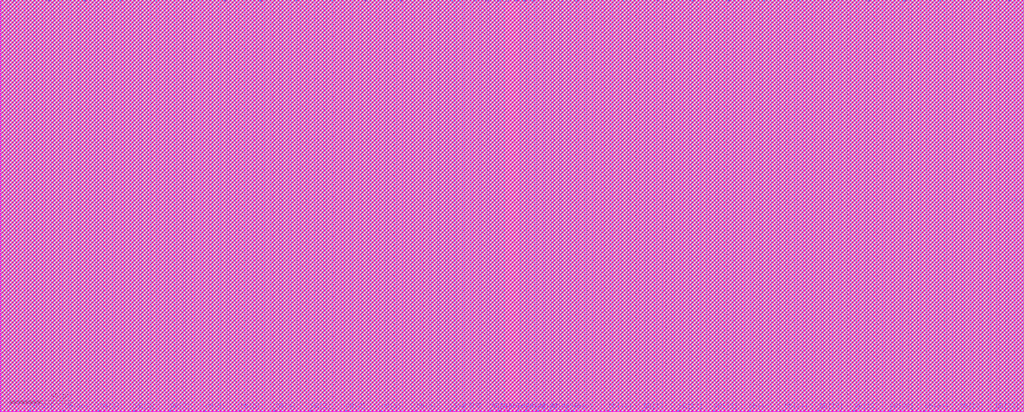
<source format=lef>
#     Copyright (c) 2022 SMIC                                                       
#     Filename:      RAM512.lef                                                   
#     IP code:       S018RF2P                                                         
#     Version:       0.2.b                                                        
#     CreateDate:    Mon Oct 31 21:43:20 CST 2022                                                     
                    
#    LEF for 2-PORT Register File                                                               
#    SMIC 0.18um G Logic Process                                                       
#    Configuration: -instname RAM512 -rows 128 -bits 24 -mux 4  



# DISCLAIMER                                                                           #
#                                                                                      #  
#   SMIC hereby provides the quality information to you but makes no claims,           #
# promises or guarantees about the accuracy, completeness, or adequacy of the          #
# information herein. The information contained herein is provided on an "AS IS"       #
# basis without any warranty, and SMIC assumes no obligation to provide support        #
# of any kind or otherwise maintain the information.                                   #  
#   SMIC disclaims any representation that the information does not infringe any       #
# intellectual property rights or proprietary rights of any third parties. SMIC        #
# makes no other warranty, whether express, implied or statutory as to any             #
# matter whatsoever, including but not limited to the accuracy or sufficiency of       #
# any information or the merchantability and fitness for a particular purpose.         #
# Neither SMIC nor any of its representatives shall be liable for any cause of         #
# action incurred to connect to this service.                                          #  
#                                                                                      #
# STATEMENT OF USE AND CONFIDENTIALITY                                                 #  
#                                                                                      #  
#   The following/attached material contains confidential and proprietary              #  
# information of SMIC. This material is based upon information which SMIC              #  
# considers reliable, but SMIC neither represents nor warrants that such               #
# information is accurate or complete, and it must not be relied upon as such.         #
# This information was prepared for informational purposes and is for the use          #
# by SMIC's customer only. SMIC reserves the right to make changes in the              #  
# information at any time without notice.                                              #  
#   No part of this information may be reproduced, transmitted, transcribed,           #  
# stored in a retrieval system, or translated into any human or computer               # 
# language, in any form or by any means, electronic, mechanical, magnetic,             #  
# optical, chemical, manual, or otherwise, without the prior written consent of        #
# SMIC. Any unauthorized use or disclosure of this material is strictly                #  
# prohibited and may be unlawful. By accepting this material, the receiving            #  
# party shall be deemed to have acknowledged, accepted, and agreed to be bound         #
# by the foregoing limitations and restrictions. Thank you.                            #  
#                                                                                      #  


MACRO RAM512
CLASS BLOCK ;
ORIGIN 0 0 ;
SIZE 676.66 BY 272.265 ;
SYMMETRY X Y R90 ;

PIN QA[11]
DIRECTION OUTPUT ;
USE SIGNAL ;
PORT
LAYER METAL1 ;
RECT 8.905 271.625 9.975 272.265 ;
LAYER METAL2 ;
RECT 8.905 271.625 9.975 272.265 ;
LAYER METAL3 ;
RECT 8.905 271.625 9.975 272.265 ;
END
ANTENNAGATEAREA 0.079 ;
ANTENNADIFFAREA 0.3738 ;
END QA[11]

PIN DB[11]
DIRECTION INPUT ;
USE SIGNAL ;
PORT
LAYER METAL1 ;
RECT 18.725 0.0 19.795 0.64 ;
LAYER METAL2 ;
RECT 18.725 0.0 19.795 0.64 ;
LAYER METAL3 ;
RECT 18.725 0.0 19.795 0.64 ;
END
ANTENNAGATEAREA 0.079 ;
ANTENNADIFFAREA 0.3738 ;
END DB[11]

PIN QA[10]
DIRECTION OUTPUT ;
USE SIGNAL ;
PORT
LAYER METAL1 ;
RECT 32.145 271.625 33.215 272.265 ;
LAYER METAL2 ;
RECT 32.145 271.625 33.215 272.265 ;
LAYER METAL3 ;
RECT 32.145 271.625 33.215 272.265 ;
END
ANTENNAGATEAREA 0.079 ;
ANTENNADIFFAREA 0.3738 ;
END QA[10]

PIN DB[10]
DIRECTION INPUT ;
USE SIGNAL ;
PORT
LAYER METAL1 ;
RECT 41.965 0.0 43.035 0.64 ;
LAYER METAL2 ;
RECT 41.965 0.0 43.035 0.64 ;
LAYER METAL3 ;
RECT 41.965 0.0 43.035 0.64 ;
END
ANTENNAGATEAREA 0.079 ;
ANTENNADIFFAREA 0.3738 ;
END DB[10]

PIN QA[9]
DIRECTION OUTPUT ;
USE SIGNAL ;
PORT
LAYER METAL1 ;
RECT 55.385 271.625 56.455 272.265 ;
LAYER METAL2 ;
RECT 55.385 271.625 56.455 272.265 ;
LAYER METAL3 ;
RECT 55.385 271.625 56.455 272.265 ;
END
ANTENNAGATEAREA 0.079 ;
ANTENNADIFFAREA 0.3738 ;
END QA[9]

PIN DB[9]
DIRECTION INPUT ;
USE SIGNAL ;
PORT
LAYER METAL1 ;
RECT 65.205 0.0 66.275 0.64 ;
LAYER METAL2 ;
RECT 65.205 0.0 66.275 0.64 ;
LAYER METAL3 ;
RECT 65.205 0.0 66.275 0.64 ;
END
ANTENNAGATEAREA 0.079 ;
ANTENNADIFFAREA 0.3738 ;
END DB[9]

PIN QA[8]
DIRECTION OUTPUT ;
USE SIGNAL ;
PORT
LAYER METAL1 ;
RECT 78.625 271.625 79.695 272.265 ;
LAYER METAL2 ;
RECT 78.625 271.625 79.695 272.265 ;
LAYER METAL3 ;
RECT 78.625 271.625 79.695 272.265 ;
END
ANTENNAGATEAREA 0.079 ;
ANTENNADIFFAREA 0.3738 ;
END QA[8]

PIN DB[8]
DIRECTION INPUT ;
USE SIGNAL ;
PORT
LAYER METAL1 ;
RECT 88.445 0.0 89.515 0.64 ;
LAYER METAL2 ;
RECT 88.445 0.0 89.515 0.64 ;
LAYER METAL3 ;
RECT 88.445 0.0 89.515 0.64 ;
END
ANTENNAGATEAREA 0.079 ;
ANTENNADIFFAREA 0.3738 ;
END DB[8]

PIN QA[7]
DIRECTION OUTPUT ;
USE SIGNAL ;
PORT
LAYER METAL1 ;
RECT 101.865 271.625 102.935 272.265 ;
LAYER METAL2 ;
RECT 101.865 271.625 102.935 272.265 ;
LAYER METAL3 ;
RECT 101.865 271.625 102.935 272.265 ;
END
ANTENNAGATEAREA 0.079 ;
ANTENNADIFFAREA 0.3738 ;
END QA[7]

PIN DB[7]
DIRECTION INPUT ;
USE SIGNAL ;
PORT
LAYER METAL1 ;
RECT 111.685 0.0 112.755 0.64 ;
LAYER METAL2 ;
RECT 111.685 0.0 112.755 0.64 ;
LAYER METAL3 ;
RECT 111.685 0.0 112.755 0.64 ;
END
ANTENNAGATEAREA 0.079 ;
ANTENNADIFFAREA 0.3738 ;
END DB[7]

PIN QA[6]
DIRECTION OUTPUT ;
USE SIGNAL ;
PORT
LAYER METAL1 ;
RECT 125.105 271.625 126.175 272.265 ;
LAYER METAL2 ;
RECT 125.105 271.625 126.175 272.265 ;
LAYER METAL3 ;
RECT 125.105 271.625 126.175 272.265 ;
END
ANTENNAGATEAREA 0.079 ;
ANTENNADIFFAREA 0.3738 ;
END QA[6]

PIN DB[6]
DIRECTION INPUT ;
USE SIGNAL ;
PORT
LAYER METAL1 ;
RECT 134.925 0.0 135.995 0.64 ;
LAYER METAL2 ;
RECT 134.925 0.0 135.995 0.64 ;
LAYER METAL3 ;
RECT 134.925 0.0 135.995 0.64 ;
END
ANTENNAGATEAREA 0.079 ;
ANTENNADIFFAREA 0.3738 ;
END DB[6]

PIN QA[5]
DIRECTION OUTPUT ;
USE SIGNAL ;
PORT
LAYER METAL1 ;
RECT 148.345 271.625 149.415 272.265 ;
LAYER METAL2 ;
RECT 148.345 271.625 149.415 272.265 ;
LAYER METAL3 ;
RECT 148.345 271.625 149.415 272.265 ;
END
ANTENNAGATEAREA 0.079 ;
ANTENNADIFFAREA 0.3738 ;
END QA[5]

PIN DB[5]
DIRECTION INPUT ;
USE SIGNAL ;
PORT
LAYER METAL1 ;
RECT 158.165 0.0 159.235 0.64 ;
LAYER METAL2 ;
RECT 158.165 0.0 159.235 0.64 ;
LAYER METAL3 ;
RECT 158.165 0.0 159.235 0.64 ;
END
ANTENNAGATEAREA 0.079 ;
ANTENNADIFFAREA 0.3738 ;
END DB[5]

PIN QA[4]
DIRECTION OUTPUT ;
USE SIGNAL ;
PORT
LAYER METAL1 ;
RECT 171.585 271.625 172.655 272.265 ;
LAYER METAL2 ;
RECT 171.585 271.625 172.655 272.265 ;
LAYER METAL3 ;
RECT 171.585 271.625 172.655 272.265 ;
END
ANTENNAGATEAREA 0.079 ;
ANTENNADIFFAREA 0.3738 ;
END QA[4]

PIN DB[4]
DIRECTION INPUT ;
USE SIGNAL ;
PORT
LAYER METAL1 ;
RECT 181.405 0.0 182.475 0.64 ;
LAYER METAL2 ;
RECT 181.405 0.0 182.475 0.64 ;
LAYER METAL3 ;
RECT 181.405 0.0 182.475 0.64 ;
END
ANTENNAGATEAREA 0.079 ;
ANTENNADIFFAREA 0.3738 ;
END DB[4]

PIN QA[3]
DIRECTION OUTPUT ;
USE SIGNAL ;
PORT
LAYER METAL1 ;
RECT 194.825 271.625 195.895 272.265 ;
LAYER METAL2 ;
RECT 194.825 271.625 195.895 272.265 ;
LAYER METAL3 ;
RECT 194.825 271.625 195.895 272.265 ;
END
ANTENNAGATEAREA 0.079 ;
ANTENNADIFFAREA 0.3738 ;
END QA[3]

PIN DB[3]
DIRECTION INPUT ;
USE SIGNAL ;
PORT
LAYER METAL1 ;
RECT 204.645 0.0 205.715 0.64 ;
LAYER METAL2 ;
RECT 204.645 0.0 205.715 0.64 ;
LAYER METAL3 ;
RECT 204.645 0.0 205.715 0.64 ;
END
ANTENNAGATEAREA 0.079 ;
ANTENNADIFFAREA 0.3738 ;
END DB[3]

PIN QA[2]
DIRECTION OUTPUT ;
USE SIGNAL ;
PORT
LAYER METAL1 ;
RECT 218.065 271.625 219.135 272.265 ;
LAYER METAL2 ;
RECT 218.065 271.625 219.135 272.265 ;
LAYER METAL3 ;
RECT 218.065 271.625 219.135 272.265 ;
END
ANTENNAGATEAREA 0.079 ;
ANTENNADIFFAREA 0.3738 ;
END QA[2]

PIN DB[2]
DIRECTION INPUT ;
USE SIGNAL ;
PORT
LAYER METAL1 ;
RECT 227.885 0.0 228.955 0.64 ;
LAYER METAL2 ;
RECT 227.885 0.0 228.955 0.64 ;
LAYER METAL3 ;
RECT 227.885 0.0 228.955 0.64 ;
END
ANTENNAGATEAREA 0.079 ;
ANTENNADIFFAREA 0.3738 ;
END DB[2]

PIN QA[1]
DIRECTION OUTPUT ;
USE SIGNAL ;
PORT
LAYER METAL1 ;
RECT 241.305 271.625 242.375 272.265 ;
LAYER METAL2 ;
RECT 241.305 271.625 242.375 272.265 ;
LAYER METAL3 ;
RECT 241.305 271.625 242.375 272.265 ;
END
ANTENNAGATEAREA 0.079 ;
ANTENNADIFFAREA 0.3738 ;
END QA[1]

PIN DB[1]
DIRECTION INPUT ;
USE SIGNAL ;
PORT
LAYER METAL1 ;
RECT 251.125 0.0 252.195 0.64 ;
LAYER METAL2 ;
RECT 251.125 0.0 252.195 0.64 ;
LAYER METAL3 ;
RECT 251.125 0.0 252.195 0.64 ;
END
ANTENNAGATEAREA 0.079 ;
ANTENNADIFFAREA 0.3738 ;
END DB[1]

PIN QA[0]
DIRECTION OUTPUT ;
USE SIGNAL ;
PORT
LAYER METAL1 ;
RECT 264.545 271.625 265.615 272.265 ;
LAYER METAL2 ;
RECT 264.545 271.625 265.615 272.265 ;
LAYER METAL3 ;
RECT 264.545 271.625 265.615 272.265 ;
END
ANTENNAGATEAREA 0.079 ;
ANTENNADIFFAREA 0.3738 ;
END QA[0]

PIN DB[0]
DIRECTION INPUT ;
USE SIGNAL ;
PORT
LAYER METAL1 ;
RECT 274.365 0.0 275.435 0.64 ;
LAYER METAL2 ;
RECT 274.365 0.0 275.435 0.64 ;
LAYER METAL3 ;
RECT 274.365 0.0 275.435 0.64 ;
END
ANTENNAGATEAREA 0.079 ;
ANTENNADIFFAREA 0.3738 ;
END DB[0]

PIN CLKB
DIRECTION INPUT ;
USE CLOCK ;
PORT
LAYER METAL1 ;
RECT 297.105 0.0 297.605 1.07 ;
LAYER METAL2 ;
RECT 297.105 0.0 297.605 1.07 ;
LAYER METAL3 ;
RECT 297.105 0.0 297.605 1.07 ;
END
ANTENNAGATEAREA 0.079 ;
ANTENNADIFFAREA 0.3738 ;
END CLKB

PIN AA[0]
DIRECTION INPUT ;
USE SIGNAL ;
PORT
LAYER METAL1 ;
RECT 297.655 271.625 298.905 272.265 ;
LAYER METAL2 ;
RECT 297.655 271.625 298.905 272.265 ;
LAYER METAL3 ;
RECT 297.655 271.625 298.905 272.265 ;
END
ANTENNAGATEAREA 0.079 ;
ANTENNADIFFAREA 0.3738 ;
END AA[0]

PIN AA[1]
DIRECTION INPUT ;
USE SIGNAL ;
PORT
LAYER METAL1 ;
RECT 302.505 271.625 303.755 272.265 ;
LAYER METAL2 ;
RECT 302.505 271.625 303.755 272.265 ;
LAYER METAL3 ;
RECT 302.505 271.625 303.755 272.265 ;
END
ANTENNAGATEAREA 0.079 ;
ANTENNADIFFAREA 0.3738 ;
END AA[1]

PIN CENB
DIRECTION INPUT ;
USE SIGNAL ;
PORT
LAYER METAL1 ;
RECT 306.72 0.0 307.22 1.07 ;
LAYER METAL2 ;
RECT 306.72 0.0 307.22 1.07 ;
LAYER METAL3 ;
RECT 306.72 0.0 307.22 1.07 ;
END
ANTENNAGATEAREA 0.079 ;
ANTENNADIFFAREA 0.3738 ;
END CENB

PIN AA[4]
DIRECTION INPUT ;
USE SIGNAL ;
PORT
LAYER METAL1 ;
RECT 312.875 271.625 314.525 272.265 ;
LAYER METAL2 ;
RECT 312.875 271.625 314.125 272.265 ;
LAYER METAL3 ;
RECT 312.875 271.625 314.125 272.265 ;
END
ANTENNAGATEAREA 0.079 ;
ANTENNADIFFAREA 0.3738 ;
END AA[4]

PIN AA[3]
DIRECTION INPUT ;
USE SIGNAL ;
PORT
LAYER METAL1 ;
RECT 320.815 271.625 322.465 272.265 ;
LAYER METAL2 ;
RECT 320.815 271.625 322.065 272.265 ;
LAYER METAL3 ;
RECT 320.815 271.625 322.065 272.265 ;
END
ANTENNAGATEAREA 0.079 ;
ANTENNADIFFAREA 0.3738 ;
END AA[3]

PIN AB[8]
DIRECTION INPUT ;
USE SIGNAL ;
PORT
LAYER METAL1 ;
RECT 323.45 0.0 325.015 0.64 ;
LAYER METAL2 ;
RECT 323.765 0.0 325.015 0.64 ;
LAYER METAL3 ;
RECT 323.765 0.0 325.015 0.64 ;
END
ANTENNAGATEAREA 0.079 ;
ANTENNADIFFAREA 0.3738 ;
END AB[8]

PIN AA[2]
DIRECTION INPUT ;
USE SIGNAL ;
PORT
LAYER METAL1 ;
RECT 328.755 271.625 330.405 272.265 ;
LAYER METAL2 ;
RECT 328.755 271.625 330.005 272.265 ;
LAYER METAL3 ;
RECT 328.755 271.625 330.005 272.265 ;
END
ANTENNAGATEAREA 0.079 ;
ANTENNADIFFAREA 0.3738 ;
END AA[2]

PIN AB[7]
DIRECTION INPUT ;
USE SIGNAL ;
PORT
LAYER METAL1 ;
RECT 329.21 0.0 330.775 0.64 ;
LAYER METAL2 ;
RECT 329.525 0.0 330.775 0.64 ;
LAYER METAL3 ;
RECT 329.525 0.0 330.775 0.64 ;
END
ANTENNAGATEAREA 0.079 ;
ANTENNADIFFAREA 0.3738 ;
END AB[7]

PIN AA[5]
DIRECTION INPUT ;
USE SIGNAL ;
PORT
LAYER METAL1 ;
RECT 334.365 271.625 335.93 272.265 ;
LAYER METAL2 ;
RECT 334.365 271.625 335.615 272.265 ;
LAYER METAL3 ;
RECT 334.365 271.625 335.615 272.265 ;
END
ANTENNAGATEAREA 0.079 ;
ANTENNADIFFAREA 0.3738 ;
END AA[5]

PIN AB[6]
DIRECTION INPUT ;
USE SIGNAL ;
PORT
LAYER METAL1 ;
RECT 334.97 0.0 336.535 0.64 ;
LAYER METAL2 ;
RECT 335.285 0.0 336.535 0.64 ;
LAYER METAL3 ;
RECT 335.285 0.0 336.535 0.64 ;
END
ANTENNAGATEAREA 0.079 ;
ANTENNADIFFAREA 0.3738 ;
END AB[6]

PIN AA[6]
DIRECTION INPUT ;
USE SIGNAL ;
PORT
LAYER METAL1 ;
RECT 340.125 271.625 341.69 272.265 ;
LAYER METAL2 ;
RECT 340.125 271.625 341.375 272.265 ;
LAYER METAL3 ;
RECT 340.125 271.625 341.375 272.265 ;
END
ANTENNAGATEAREA 0.079 ;
ANTENNADIFFAREA 0.3738 ;
END AA[6]

PIN AB[5]
DIRECTION INPUT ;
USE SIGNAL ;
PORT
LAYER METAL1 ;
RECT 340.73 0.0 342.295 0.64 ;
LAYER METAL2 ;
RECT 341.045 0.0 342.295 0.64 ;
LAYER METAL3 ;
RECT 341.045 0.0 342.295 0.64 ;
END
ANTENNAGATEAREA 0.079 ;
ANTENNADIFFAREA 0.3738 ;
END AB[5]

PIN AA[7]
DIRECTION INPUT ;
USE SIGNAL ;
PORT
LAYER METAL1 ;
RECT 345.885 271.625 347.45 272.265 ;
LAYER METAL2 ;
RECT 345.885 271.625 347.135 272.265 ;
LAYER METAL3 ;
RECT 345.885 271.625 347.135 272.265 ;
END
ANTENNAGATEAREA 0.079 ;
ANTENNADIFFAREA 0.3738 ;
END AA[7]

PIN AB[2]
DIRECTION INPUT ;
USE SIGNAL ;
PORT
LAYER METAL1 ;
RECT 346.255 0.0 347.905 0.64 ;
LAYER METAL2 ;
RECT 346.655 0.0 347.905 0.64 ;
LAYER METAL3 ;
RECT 346.655 0.0 347.905 0.64 ;
END
ANTENNAGATEAREA 0.079 ;
ANTENNADIFFAREA 0.3738 ;
END AB[2]

PIN AA[8]
DIRECTION INPUT ;
USE SIGNAL ;
PORT
LAYER METAL1 ;
RECT 351.645 271.625 353.21 272.265 ;
LAYER METAL2 ;
RECT 351.645 271.625 352.895 272.265 ;
LAYER METAL3 ;
RECT 351.645 271.625 352.895 272.265 ;
END
ANTENNAGATEAREA 0.079 ;
ANTENNADIFFAREA 0.3738 ;
END AA[8]

PIN AB[3]
DIRECTION INPUT ;
USE SIGNAL ;
PORT
LAYER METAL1 ;
RECT 354.195 0.0 355.845 0.64 ;
LAYER METAL2 ;
RECT 354.595 0.0 355.845 0.64 ;
LAYER METAL3 ;
RECT 354.595 0.0 355.845 0.64 ;
END
ANTENNAGATEAREA 0.079 ;
ANTENNADIFFAREA 0.3738 ;
END AB[3]

PIN AB[4]
DIRECTION INPUT ;
USE SIGNAL ;
PORT
LAYER METAL1 ;
RECT 362.135 0.0 363.785 0.64 ;
LAYER METAL2 ;
RECT 362.535 0.0 363.785 0.64 ;
LAYER METAL3 ;
RECT 362.535 0.0 363.785 0.64 ;
END
ANTENNAGATEAREA 0.079 ;
ANTENNADIFFAREA 0.3738 ;
END AB[4]

PIN CENA
DIRECTION INPUT ;
USE SIGNAL ;
PORT
LAYER METAL1 ;
RECT 371.285 271.195 371.785 272.265 ;
LAYER METAL2 ;
RECT 371.285 271.195 371.785 272.265 ;
LAYER METAL3 ;
RECT 371.285 271.195 371.785 272.265 ;
END
ANTENNAGATEAREA 0.079 ;
ANTENNADIFFAREA 0.3738 ;
END CENA

PIN AB[1]
DIRECTION INPUT ;
USE SIGNAL ;
PORT
LAYER METAL1 ;
RECT 372.905 0.0 374.155 0.64 ;
LAYER METAL2 ;
RECT 372.905 0.0 374.155 0.64 ;
LAYER METAL3 ;
RECT 372.905 0.0 374.155 0.64 ;
END
ANTENNAGATEAREA 0.079 ;
ANTENNADIFFAREA 0.3738 ;
END AB[1]

PIN AB[0]
DIRECTION INPUT ;
USE SIGNAL ;
PORT
LAYER METAL1 ;
RECT 377.755 0.0 379.005 0.64 ;
LAYER METAL2 ;
RECT 377.755 0.0 379.005 0.64 ;
LAYER METAL3 ;
RECT 377.755 0.0 379.005 0.64 ;
END
ANTENNAGATEAREA 0.079 ;
ANTENNADIFFAREA 0.3738 ;
END AB[0]

PIN CLKA
DIRECTION INPUT ;
USE CLOCK ;
PORT
LAYER METAL1 ;
RECT 380.69 271.195 381.19 272.265 ;
LAYER METAL2 ;
RECT 380.69 271.195 381.19 272.265 ;
LAYER METAL3 ;
RECT 380.69 271.195 381.19 272.265 ;
END
ANTENNAGATEAREA 0.079 ;
ANTENNADIFFAREA 0.3738 ;
END CLKA

PIN DB[12]
DIRECTION INPUT ;
USE SIGNAL ;
PORT
LAYER METAL1 ;
RECT 401.225 0.0 402.295 0.64 ;
LAYER METAL2 ;
RECT 401.225 0.0 402.295 0.64 ;
LAYER METAL3 ;
RECT 401.225 0.0 402.295 0.64 ;
END
ANTENNAGATEAREA 0.079 ;
ANTENNADIFFAREA 0.3738 ;
END DB[12]

PIN QA[12]
DIRECTION OUTPUT ;
USE SIGNAL ;
PORT
LAYER METAL1 ;
RECT 411.045 271.625 412.115 272.265 ;
LAYER METAL2 ;
RECT 411.045 271.625 412.115 272.265 ;
LAYER METAL3 ;
RECT 411.045 271.625 412.115 272.265 ;
END
ANTENNAGATEAREA 0.079 ;
ANTENNADIFFAREA 0.3738 ;
END QA[12]

PIN DB[13]
DIRECTION INPUT ;
USE SIGNAL ;
PORT
LAYER METAL1 ;
RECT 424.465 0.0 425.535 0.64 ;
LAYER METAL2 ;
RECT 424.465 0.0 425.535 0.64 ;
LAYER METAL3 ;
RECT 424.465 0.0 425.535 0.64 ;
END
ANTENNAGATEAREA 0.079 ;
ANTENNADIFFAREA 0.3738 ;
END DB[13]

PIN QA[13]
DIRECTION OUTPUT ;
USE SIGNAL ;
PORT
LAYER METAL1 ;
RECT 434.285 271.625 435.355 272.265 ;
LAYER METAL2 ;
RECT 434.285 271.625 435.355 272.265 ;
LAYER METAL3 ;
RECT 434.285 271.625 435.355 272.265 ;
END
ANTENNAGATEAREA 0.079 ;
ANTENNADIFFAREA 0.3738 ;
END QA[13]

PIN DB[14]
DIRECTION INPUT ;
USE SIGNAL ;
PORT
LAYER METAL1 ;
RECT 447.705 0.0 448.775 0.64 ;
LAYER METAL2 ;
RECT 447.705 0.0 448.775 0.64 ;
LAYER METAL3 ;
RECT 447.705 0.0 448.775 0.64 ;
END
ANTENNAGATEAREA 0.079 ;
ANTENNADIFFAREA 0.3738 ;
END DB[14]

PIN QA[14]
DIRECTION OUTPUT ;
USE SIGNAL ;
PORT
LAYER METAL1 ;
RECT 457.525 271.625 458.595 272.265 ;
LAYER METAL2 ;
RECT 457.525 271.625 458.595 272.265 ;
LAYER METAL3 ;
RECT 457.525 271.625 458.595 272.265 ;
END
ANTENNAGATEAREA 0.079 ;
ANTENNADIFFAREA 0.3738 ;
END QA[14]

PIN DB[15]
DIRECTION INPUT ;
USE SIGNAL ;
PORT
LAYER METAL1 ;
RECT 470.945 0.0 472.015 0.64 ;
LAYER METAL2 ;
RECT 470.945 0.0 472.015 0.64 ;
LAYER METAL3 ;
RECT 470.945 0.0 472.015 0.64 ;
END
ANTENNAGATEAREA 0.079 ;
ANTENNADIFFAREA 0.3738 ;
END DB[15]

PIN QA[15]
DIRECTION OUTPUT ;
USE SIGNAL ;
PORT
LAYER METAL1 ;
RECT 480.765 271.625 481.835 272.265 ;
LAYER METAL2 ;
RECT 480.765 271.625 481.835 272.265 ;
LAYER METAL3 ;
RECT 480.765 271.625 481.835 272.265 ;
END
ANTENNAGATEAREA 0.079 ;
ANTENNADIFFAREA 0.3738 ;
END QA[15]

PIN DB[16]
DIRECTION INPUT ;
USE SIGNAL ;
PORT
LAYER METAL1 ;
RECT 494.185 0.0 495.255 0.64 ;
LAYER METAL2 ;
RECT 494.185 0.0 495.255 0.64 ;
LAYER METAL3 ;
RECT 494.185 0.0 495.255 0.64 ;
END
ANTENNAGATEAREA 0.079 ;
ANTENNADIFFAREA 0.3738 ;
END DB[16]

PIN QA[16]
DIRECTION OUTPUT ;
USE SIGNAL ;
PORT
LAYER METAL1 ;
RECT 504.005 271.625 505.075 272.265 ;
LAYER METAL2 ;
RECT 504.005 271.625 505.075 272.265 ;
LAYER METAL3 ;
RECT 504.005 271.625 505.075 272.265 ;
END
ANTENNAGATEAREA 0.079 ;
ANTENNADIFFAREA 0.3738 ;
END QA[16]

PIN DB[17]
DIRECTION INPUT ;
USE SIGNAL ;
PORT
LAYER METAL1 ;
RECT 517.425 0.0 518.495 0.64 ;
LAYER METAL2 ;
RECT 517.425 0.0 518.495 0.64 ;
LAYER METAL3 ;
RECT 517.425 0.0 518.495 0.64 ;
END
ANTENNAGATEAREA 0.079 ;
ANTENNADIFFAREA 0.3738 ;
END DB[17]

PIN QA[17]
DIRECTION OUTPUT ;
USE SIGNAL ;
PORT
LAYER METAL1 ;
RECT 527.245 271.625 528.315 272.265 ;
LAYER METAL2 ;
RECT 527.245 271.625 528.315 272.265 ;
LAYER METAL3 ;
RECT 527.245 271.625 528.315 272.265 ;
END
ANTENNAGATEAREA 0.079 ;
ANTENNADIFFAREA 0.3738 ;
END QA[17]

PIN DB[18]
DIRECTION INPUT ;
USE SIGNAL ;
PORT
LAYER METAL1 ;
RECT 540.665 0.0 541.735 0.64 ;
LAYER METAL2 ;
RECT 540.665 0.0 541.735 0.64 ;
LAYER METAL3 ;
RECT 540.665 0.0 541.735 0.64 ;
END
ANTENNAGATEAREA 0.079 ;
ANTENNADIFFAREA 0.3738 ;
END DB[18]

PIN QA[18]
DIRECTION OUTPUT ;
USE SIGNAL ;
PORT
LAYER METAL1 ;
RECT 550.485 271.625 551.555 272.265 ;
LAYER METAL2 ;
RECT 550.485 271.625 551.555 272.265 ;
LAYER METAL3 ;
RECT 550.485 271.625 551.555 272.265 ;
END
ANTENNAGATEAREA 0.079 ;
ANTENNADIFFAREA 0.3738 ;
END QA[18]

PIN DB[19]
DIRECTION INPUT ;
USE SIGNAL ;
PORT
LAYER METAL1 ;
RECT 563.905 0.0 564.975 0.64 ;
LAYER METAL2 ;
RECT 563.905 0.0 564.975 0.64 ;
LAYER METAL3 ;
RECT 563.905 0.0 564.975 0.64 ;
END
ANTENNAGATEAREA 0.079 ;
ANTENNADIFFAREA 0.3738 ;
END DB[19]

PIN QA[19]
DIRECTION OUTPUT ;
USE SIGNAL ;
PORT
LAYER METAL1 ;
RECT 573.725 271.625 574.795 272.265 ;
LAYER METAL2 ;
RECT 573.725 271.625 574.795 272.265 ;
LAYER METAL3 ;
RECT 573.725 271.625 574.795 272.265 ;
END
ANTENNAGATEAREA 0.079 ;
ANTENNADIFFAREA 0.3738 ;
END QA[19]

PIN DB[20]
DIRECTION INPUT ;
USE SIGNAL ;
PORT
LAYER METAL1 ;
RECT 587.145 0.0 588.215 0.64 ;
LAYER METAL2 ;
RECT 587.145 0.0 588.215 0.64 ;
LAYER METAL3 ;
RECT 587.145 0.0 588.215 0.64 ;
END
ANTENNAGATEAREA 0.079 ;
ANTENNADIFFAREA 0.3738 ;
END DB[20]

PIN QA[20]
DIRECTION OUTPUT ;
USE SIGNAL ;
PORT
LAYER METAL1 ;
RECT 596.965 271.625 598.035 272.265 ;
LAYER METAL2 ;
RECT 596.965 271.625 598.035 272.265 ;
LAYER METAL3 ;
RECT 596.965 271.625 598.035 272.265 ;
END
ANTENNAGATEAREA 0.079 ;
ANTENNADIFFAREA 0.3738 ;
END QA[20]

PIN DB[21]
DIRECTION INPUT ;
USE SIGNAL ;
PORT
LAYER METAL1 ;
RECT 610.385 0.0 611.455 0.64 ;
LAYER METAL2 ;
RECT 610.385 0.0 611.455 0.64 ;
LAYER METAL3 ;
RECT 610.385 0.0 611.455 0.64 ;
END
ANTENNAGATEAREA 0.079 ;
ANTENNADIFFAREA 0.3738 ;
END DB[21]

PIN QA[21]
DIRECTION OUTPUT ;
USE SIGNAL ;
PORT
LAYER METAL1 ;
RECT 620.205 271.625 621.275 272.265 ;
LAYER METAL2 ;
RECT 620.205 271.625 621.275 272.265 ;
LAYER METAL3 ;
RECT 620.205 271.625 621.275 272.265 ;
END
ANTENNAGATEAREA 0.079 ;
ANTENNADIFFAREA 0.3738 ;
END QA[21]

PIN DB[22]
DIRECTION INPUT ;
USE SIGNAL ;
PORT
LAYER METAL1 ;
RECT 633.625 0.0 634.695 0.64 ;
LAYER METAL2 ;
RECT 633.625 0.0 634.695 0.64 ;
LAYER METAL3 ;
RECT 633.625 0.0 634.695 0.64 ;
END
ANTENNAGATEAREA 0.079 ;
ANTENNADIFFAREA 0.3738 ;
END DB[22]

PIN QA[22]
DIRECTION OUTPUT ;
USE SIGNAL ;
PORT
LAYER METAL1 ;
RECT 643.445 271.625 644.515 272.265 ;
LAYER METAL2 ;
RECT 643.445 271.625 644.515 272.265 ;
LAYER METAL3 ;
RECT 643.445 271.625 644.515 272.265 ;
END
ANTENNAGATEAREA 0.079 ;
ANTENNADIFFAREA 0.3738 ;
END QA[22]

PIN DB[23]
DIRECTION INPUT ;
USE SIGNAL ;
PORT
LAYER METAL1 ;
RECT 656.865 0.0 657.935 0.64 ;
LAYER METAL2 ;
RECT 656.865 0.0 657.935 0.64 ;
LAYER METAL3 ;
RECT 656.865 0.0 657.935 0.64 ;
END
ANTENNAGATEAREA 0.079 ;
ANTENNADIFFAREA 0.3738 ;
END DB[23]

PIN QA[23]
DIRECTION OUTPUT ;
USE SIGNAL ;
PORT
LAYER METAL1 ;
RECT 666.685 271.625 667.755 272.265 ;
LAYER METAL2 ;
RECT 666.685 271.625 667.755 272.265 ;
LAYER METAL3 ;
RECT 666.685 271.625 667.755 272.265 ;
END
ANTENNAGATEAREA 0.079 ;
ANTENNADIFFAREA 0.3738 ;
END QA[23]

PIN VSS
DIRECTION INOUT ;
USE GROUND ;
PORT
LAYER METAL4 ;
RECT 279.475 0.0 283.475 272.265 ;
LAYER METAL4 ;
RECT 290.475 0.0 294.475 272.265 ;
LAYER METAL4 ;
RECT 301.475 0.0 305.475 272.265 ;
LAYER METAL4 ;
RECT 312.475 0.0 316.475 272.265 ;
LAYER METAL4 ;
RECT 323.475 0.0 327.475 272.265 ;
LAYER METAL4 ;
RECT 349.185 0.0 353.185 272.265 ;
LAYER METAL4 ;
RECT 360.185 0.0 364.185 272.265 ;
LAYER METAL4 ;
RECT 371.185 0.0 375.185 272.265 ;
LAYER METAL4 ;
RECT 382.185 0.0 386.185 272.265 ;
LAYER METAL4 ;
RECT 393.185 0.0 397.185 272.265 ;
LAYER METAL4 ;
RECT 267.855 0.0 271.855 272.265 ;
LAYER METAL4 ;
RECT 256.235 0.0 260.235 272.265 ;
LAYER METAL4 ;
RECT 244.615 0.0 248.615 272.265 ;
LAYER METAL4 ;
RECT 232.995 0.0 236.995 272.265 ;
LAYER METAL4 ;
RECT 221.375 0.0 225.375 272.265 ;
LAYER METAL4 ;
RECT 209.755 0.0 213.755 272.265 ;
LAYER METAL4 ;
RECT 198.135 0.0 202.135 272.265 ;
LAYER METAL4 ;
RECT 186.515 0.0 190.515 272.265 ;
LAYER METAL4 ;
RECT 174.895 0.0 178.895 272.265 ;
LAYER METAL4 ;
RECT 163.275 0.0 167.275 272.265 ;
LAYER METAL4 ;
RECT 151.655 0.0 155.655 272.265 ;
LAYER METAL4 ;
RECT 140.035 0.0 144.035 272.265 ;
LAYER METAL4 ;
RECT 128.415 0.0 132.415 272.265 ;
LAYER METAL4 ;
RECT 116.795 0.0 120.795 272.265 ;
LAYER METAL4 ;
RECT 105.175 0.0 109.175 272.265 ;
LAYER METAL4 ;
RECT 93.555 0.0 97.555 272.265 ;
LAYER METAL4 ;
RECT 81.935 0.0 85.935 272.265 ;
LAYER METAL4 ;
RECT 70.315 0.0 74.315 272.265 ;
LAYER METAL4 ;
RECT 58.695 0.0 62.695 272.265 ;
LAYER METAL4 ;
RECT 47.075 0.0 51.075 272.265 ;
LAYER METAL4 ;
RECT 35.455 0.0 39.455 272.265 ;
LAYER METAL4 ;
RECT 23.835 0.0 27.835 272.265 ;
LAYER METAL4 ;
RECT 12.215 0.0 16.215 272.265 ;
LAYER METAL4 ;
RECT 0.595 0.0 4.595 272.265 ;
LAYER METAL4 ;
RECT 404.805 0.0 408.805 272.265 ;
LAYER METAL4 ;
RECT 416.425 0.0 420.425 272.265 ;
LAYER METAL4 ;
RECT 428.045 0.0 432.045 272.265 ;
LAYER METAL4 ;
RECT 439.665 0.0 443.665 272.265 ;
LAYER METAL4 ;
RECT 451.285 0.0 455.285 272.265 ;
LAYER METAL4 ;
RECT 462.905 0.0 466.905 272.265 ;
LAYER METAL4 ;
RECT 474.525 0.0 478.525 272.265 ;
LAYER METAL4 ;
RECT 486.145 0.0 490.145 272.265 ;
LAYER METAL4 ;
RECT 497.765 0.0 501.765 272.265 ;
LAYER METAL4 ;
RECT 509.385 0.0 513.385 272.265 ;
LAYER METAL4 ;
RECT 521.005 0.0 525.005 272.265 ;
LAYER METAL4 ;
RECT 532.625 0.0 536.625 272.265 ;
LAYER METAL4 ;
RECT 544.245 0.0 548.245 272.265 ;
LAYER METAL4 ;
RECT 555.865 0.0 559.865 272.265 ;
LAYER METAL4 ;
RECT 567.485 0.0 571.485 272.265 ;
LAYER METAL4 ;
RECT 579.105 0.0 583.105 272.265 ;
LAYER METAL4 ;
RECT 590.725 0.0 594.725 272.265 ;
LAYER METAL4 ;
RECT 602.345 0.0 606.345 272.265 ;
LAYER METAL4 ;
RECT 613.965 0.0 617.965 272.265 ;
LAYER METAL4 ;
RECT 625.585 0.0 629.585 272.265 ;
LAYER METAL4 ;
RECT 637.205 0.0 641.205 272.265 ;
LAYER METAL4 ;
RECT 648.825 0.0 652.825 272.265 ;
LAYER METAL4 ;
RECT 660.445 0.0 664.445 272.265 ;
LAYER METAL4 ;
RECT 672.065 0.0 676.065 272.265 ;
END
END VSS

PIN VDD
DIRECTION INOUT ;
USE POWER ;
PORT
LAYER METAL4 ;
RECT 284.975 0.0 288.975 272.265 ;
LAYER METAL4 ;
RECT 295.975 0.0 299.975 272.265 ;
LAYER METAL4 ;
RECT 306.975 0.0 310.975 272.265 ;
LAYER METAL4 ;
RECT 317.975 0.0 321.975 272.265 ;
LAYER METAL4 ;
RECT 328.975 0.0 332.975 272.265 ;
LAYER METAL4 ;
RECT 343.685 0.0 347.685 272.265 ;
LAYER METAL4 ;
RECT 354.685 0.0 358.685 272.265 ;
LAYER METAL4 ;
RECT 365.685 0.0 369.685 272.265 ;
LAYER METAL4 ;
RECT 376.685 0.0 380.685 272.265 ;
LAYER METAL4 ;
RECT 387.685 0.0 391.685 272.265 ;
LAYER METAL4 ;
RECT 273.665 0.0 277.665 272.265 ;
LAYER METAL4 ;
RECT 262.045 0.0 266.045 272.265 ;
LAYER METAL4 ;
RECT 250.425 0.0 254.425 272.265 ;
LAYER METAL4 ;
RECT 238.805 0.0 242.805 272.265 ;
LAYER METAL4 ;
RECT 227.185 0.0 231.185 272.265 ;
LAYER METAL4 ;
RECT 215.565 0.0 219.565 272.265 ;
LAYER METAL4 ;
RECT 203.945 0.0 207.945 272.265 ;
LAYER METAL4 ;
RECT 192.325 0.0 196.325 272.265 ;
LAYER METAL4 ;
RECT 180.705 0.0 184.705 272.265 ;
LAYER METAL4 ;
RECT 169.085 0.0 173.085 272.265 ;
LAYER METAL4 ;
RECT 157.465 0.0 161.465 272.265 ;
LAYER METAL4 ;
RECT 145.845 0.0 149.845 272.265 ;
LAYER METAL4 ;
RECT 134.225 0.0 138.225 272.265 ;
LAYER METAL4 ;
RECT 122.605 0.0 126.605 272.265 ;
LAYER METAL4 ;
RECT 110.985 0.0 114.985 272.265 ;
LAYER METAL4 ;
RECT 99.365 0.0 103.365 272.265 ;
LAYER METAL4 ;
RECT 87.745 0.0 91.745 272.265 ;
LAYER METAL4 ;
RECT 76.125 0.0 80.125 272.265 ;
LAYER METAL4 ;
RECT 64.505 0.0 68.505 272.265 ;
LAYER METAL4 ;
RECT 52.885 0.0 56.885 272.265 ;
LAYER METAL4 ;
RECT 41.265 0.0 45.265 272.265 ;
LAYER METAL4 ;
RECT 29.645 0.0 33.645 272.265 ;
LAYER METAL4 ;
RECT 18.025 0.0 22.025 272.265 ;
LAYER METAL4 ;
RECT 6.405 0.0 10.405 272.265 ;
LAYER METAL4 ;
RECT 398.995 0.0 402.995 272.265 ;
LAYER METAL4 ;
RECT 410.615 0.0 414.615 272.265 ;
LAYER METAL4 ;
RECT 422.235 0.0 426.235 272.265 ;
LAYER METAL4 ;
RECT 433.855 0.0 437.855 272.265 ;
LAYER METAL4 ;
RECT 445.475 0.0 449.475 272.265 ;
LAYER METAL4 ;
RECT 457.095 0.0 461.095 272.265 ;
LAYER METAL4 ;
RECT 468.715 0.0 472.715 272.265 ;
LAYER METAL4 ;
RECT 480.335 0.0 484.335 272.265 ;
LAYER METAL4 ;
RECT 491.955 0.0 495.955 272.265 ;
LAYER METAL4 ;
RECT 503.575 0.0 507.575 272.265 ;
LAYER METAL4 ;
RECT 515.195 0.0 519.195 272.265 ;
LAYER METAL4 ;
RECT 526.815 0.0 530.815 272.265 ;
LAYER METAL4 ;
RECT 538.435 0.0 542.435 272.265 ;
LAYER METAL4 ;
RECT 550.055 0.0 554.055 272.265 ;
LAYER METAL4 ;
RECT 561.675 0.0 565.675 272.265 ;
LAYER METAL4 ;
RECT 573.295 0.0 577.295 272.265 ;
LAYER METAL4 ;
RECT 584.915 0.0 588.915 272.265 ;
LAYER METAL4 ;
RECT 596.535 0.0 600.535 272.265 ;
LAYER METAL4 ;
RECT 608.155 0.0 612.155 272.265 ;
LAYER METAL4 ;
RECT 619.775 0.0 623.775 272.265 ;
LAYER METAL4 ;
RECT 631.395 0.0 635.395 272.265 ;
LAYER METAL4 ;
RECT 643.015 0.0 647.015 272.265 ;
LAYER METAL4 ;
RECT 654.635 0.0 658.635 272.265 ;
LAYER METAL4 ;
RECT 666.255 0.0 670.255 272.265 ;
END
END VDD

OBS
LAYER VIA12 ;
RECT  0.000 0.000 676.660 272.265 ;
LAYER VIA23 ;
RECT  0.000 0.000 676.660 272.265 ;
LAYER VIA34 ;
RECT  0.000 0.000 676.660 272.265 ;
LAYER METAL1 ;
POLYGON 0.000 0.000 18.495 0.000 18.495 0.870 20.025 0.870 20.025 0.000
 41.735 0.000 41.735 0.870 43.265 0.870 43.265 0.000 64.975 0.000
 64.975 0.870 66.505 0.870 66.505 0.000 88.215 0.000 88.215 0.870
 89.745 0.870 89.745 0.000 111.455 0.000 111.455 0.870 112.985 0.870
 112.985 0.000 134.695 0.000 134.695 0.870 136.225 0.870 136.225 0.000
 157.935 0.000 157.935 0.870 159.465 0.870 159.465 0.000 181.175 0.000
 181.175 0.870 182.705 0.870 182.705 0.000 204.415 0.000 204.415 0.870
 205.945 0.870 205.945 0.000 227.655 0.000 227.655 0.870 229.185 0.870
 229.185 0.000 250.895 0.000 250.895 0.870 252.425 0.870 252.425 0.000
 274.135 0.000 274.135 0.870 275.665 0.870 275.665 0.000 296.875 0.000
 296.875 1.300 297.835 1.300 297.835 0.000 306.490 0.000 306.490 1.300
 307.450 1.300 307.450 0.000 323.220 0.000 323.220 0.870 325.245 0.870
 325.245 0.000 328.980 0.000 328.980 0.870 331.005 0.870 331.005 0.000
 334.740 0.000 334.740 0.870 336.765 0.870 336.765 0.000 340.500 0.000
 340.500 0.870 342.525 0.870 342.525 0.000 346.025 0.000 346.025 0.870
 348.135 0.870 348.135 0.000 353.965 0.000 353.965 0.870 356.075 0.870
 356.075 0.000 361.905 0.000 361.905 0.870 364.015 0.870 364.015 0.000
 372.675 0.000 372.675 0.870 374.385 0.870 374.385 0.000 377.525 0.000
 377.525 0.870 379.235 0.870 379.235 0.000 400.995 0.000 400.995 0.870
 402.525 0.870 402.525 0.000 424.235 0.000 424.235 0.870 425.765 0.870
 425.765 0.000 447.475 0.000 447.475 0.870 449.005 0.870 449.005 0.000
 470.715 0.000 470.715 0.870 472.245 0.870 472.245 0.000 493.955 0.000
 493.955 0.870 495.485 0.870 495.485 0.000 517.195 0.000 517.195 0.870
 518.725 0.870 518.725 0.000 540.435 0.000 540.435 0.870 541.965 0.870
 541.965 0.000 563.675 0.000 563.675 0.870 565.205 0.870 565.205 0.000
 586.915 0.000 586.915 0.870 588.445 0.870 588.445 0.000 610.155 0.000
 610.155 0.870 611.685 0.870 611.685 0.000 633.395 0.000 633.395 0.870
 634.925 0.870 634.925 0.000 656.635 0.000 656.635 0.870 658.165 0.870
 658.165 0.000 676.660 0.000 676.660 272.265 667.985 272.265 667.985 271.395 666.455 271.395 666.455 272.265
 644.745 272.265 644.745 271.395 643.215 271.395 643.215 272.265 621.505 272.265
 621.505 271.395 619.975 271.395 619.975 272.265 598.265 272.265 598.265 271.395
 596.735 271.395 596.735 272.265 575.025 272.265 575.025 271.395 573.495 271.395
 573.495 272.265 551.785 272.265 551.785 271.395 550.255 271.395 550.255 272.265
 528.545 272.265 528.545 271.395 527.015 271.395 527.015 272.265 505.305 272.265
 505.305 271.395 503.775 271.395 503.775 272.265 482.065 272.265 482.065 271.395
 480.535 271.395 480.535 272.265 458.825 272.265 458.825 271.395 457.295 271.395
 457.295 272.265 435.585 272.265 435.585 271.395 434.055 271.395 434.055 272.265
 412.345 272.265 412.345 271.395 410.815 271.395 410.815 272.265 381.420 272.265
 381.420 270.965 380.460 270.965 380.460 272.265 372.015 272.265 372.015 270.965
 371.055 270.965 371.055 272.265 353.440 272.265 353.440 271.395 351.415 271.395
 351.415 272.265 347.680 272.265 347.680 271.395 345.655 271.395 345.655 272.265
 341.920 272.265 341.920 271.395 339.895 271.395 339.895 272.265 336.160 272.265
 336.160 271.395 334.135 271.395 334.135 272.265 330.635 272.265 330.635 271.395
 328.525 271.395 328.525 272.265 322.695 272.265 322.695 271.395 320.585 271.395
 320.585 272.265 314.755 272.265 314.755 271.395 312.645 271.395 312.645 272.265
 303.985 272.265 303.985 271.395 302.275 271.395 302.275 272.265 299.135 272.265
 299.135 271.395 297.425 271.395 297.425 272.265 265.845 272.265 265.845 271.395
 264.315 271.395 264.315 272.265 242.605 272.265 242.605 271.395 241.075 271.395
 241.075 272.265 219.365 272.265 219.365 271.395 217.835 271.395 217.835 272.265
 196.125 272.265 196.125 271.395 194.595 271.395 194.595 272.265 172.885 272.265
 172.885 271.395 171.355 271.395 171.355 272.265 149.645 272.265 149.645 271.395
 148.115 271.395 148.115 272.265 126.405 272.265 126.405 271.395 124.875 271.395
 124.875 272.265 103.165 272.265 103.165 271.395 101.635 271.395 101.635 272.265
 79.925 272.265 79.925 271.395 78.395 271.395 78.395 272.265 56.685 272.265
 56.685 271.395 55.155 271.395 55.155 272.265 33.445 272.265 33.445 271.395
 31.915 271.395 31.915 272.265 10.205 272.265 10.205 271.395 8.675 271.395
 8.675 272.265 0.000 272.265 ;
LAYER METAL2 ;
POLYGON 0.000 0.000 18.445 0.000 18.445 0.920 20.075 0.920 20.075 0.000
 41.685 0.000 41.685 0.920 43.315 0.920 43.315 0.000 64.925 0.000
 64.925 0.920 66.555 0.920 66.555 0.000 88.165 0.000 88.165 0.920
 89.795 0.920 89.795 0.000 111.405 0.000 111.405 0.920 113.035 0.920
 113.035 0.000 134.645 0.000 134.645 0.920 136.275 0.920 136.275 0.000
 157.885 0.000 157.885 0.920 159.515 0.920 159.515 0.000 181.125 0.000
 181.125 0.920 182.755 0.920 182.755 0.000 204.365 0.000 204.365 0.920
 205.995 0.920 205.995 0.000 227.605 0.000 227.605 0.920 229.235 0.920
 229.235 0.000 250.845 0.000 250.845 0.920 252.475 0.920 252.475 0.000
 274.085 0.000 274.085 0.920 275.715 0.920 275.715 0.000 296.825 0.000
 296.825 1.350 297.885 1.350 297.885 0.000 306.440 0.000 306.440 1.350
 307.500 1.350 307.500 0.000 323.485 0.000 323.485 0.920 325.295 0.920
 325.295 0.000 329.245 0.000 329.245 0.920 331.055 0.920 331.055 0.000
 335.005 0.000 335.005 0.920 336.815 0.920 336.815 0.000 340.765 0.000
 340.765 0.920 342.575 0.920 342.575 0.000 346.375 0.000 346.375 0.920
 348.185 0.920 348.185 0.000 354.315 0.000 354.315 0.920 356.125 0.920
 356.125 0.000 362.255 0.000 362.255 0.920 364.065 0.920 364.065 0.000
 372.625 0.000 372.625 0.920 374.435 0.920 374.435 0.000 377.475 0.000
 377.475 0.920 379.285 0.920 379.285 0.000 400.945 0.000 400.945 0.920
 402.575 0.920 402.575 0.000 424.185 0.000 424.185 0.920 425.815 0.920
 425.815 0.000 447.425 0.000 447.425 0.920 449.055 0.920 449.055 0.000
 470.665 0.000 470.665 0.920 472.295 0.920 472.295 0.000 493.905 0.000
 493.905 0.920 495.535 0.920 495.535 0.000 517.145 0.000 517.145 0.920
 518.775 0.920 518.775 0.000 540.385 0.000 540.385 0.920 542.015 0.920
 542.015 0.000 563.625 0.000 563.625 0.920 565.255 0.920 565.255 0.000
 586.865 0.000 586.865 0.920 588.495 0.920 588.495 0.000 610.105 0.000
 610.105 0.920 611.735 0.920 611.735 0.000 633.345 0.000 633.345 0.920
 634.975 0.920 634.975 0.000 656.585 0.000 656.585 0.920 658.215 0.920
 658.215 0.000 676.660 0.000 676.660 272.265 668.035 272.265 668.035 271.345 666.405 271.345 666.405 272.265
 644.795 272.265 644.795 271.345 643.165 271.345 643.165 272.265 621.555 272.265
 621.555 271.345 619.925 271.345 619.925 272.265 598.315 272.265 598.315 271.345
 596.685 271.345 596.685 272.265 575.075 272.265 575.075 271.345 573.445 271.345
 573.445 272.265 551.835 272.265 551.835 271.345 550.205 271.345 550.205 272.265
 528.595 272.265 528.595 271.345 526.965 271.345 526.965 272.265 505.355 272.265
 505.355 271.345 503.725 271.345 503.725 272.265 482.115 272.265 482.115 271.345
 480.485 271.345 480.485 272.265 458.875 272.265 458.875 271.345 457.245 271.345
 457.245 272.265 435.635 272.265 435.635 271.345 434.005 271.345 434.005 272.265
 412.395 272.265 412.395 271.345 410.765 271.345 410.765 272.265 381.470 272.265
 381.470 270.915 380.410 270.915 380.410 272.265 372.065 272.265 372.065 270.915
 371.005 270.915 371.005 272.265 353.175 272.265 353.175 271.345 351.365 271.345
 351.365 272.265 347.415 272.265 347.415 271.345 345.605 271.345 345.605 272.265
 341.655 272.265 341.655 271.345 339.845 271.345 339.845 272.265 335.895 272.265
 335.895 271.345 334.085 271.345 334.085 272.265 330.285 272.265 330.285 271.345
 328.475 271.345 328.475 272.265 322.345 272.265 322.345 271.345 320.535 271.345
 320.535 272.265 314.405 272.265 314.405 271.345 312.595 271.345 312.595 272.265
 304.035 272.265 304.035 271.345 302.225 271.345 302.225 272.265 299.185 272.265
 299.185 271.345 297.375 271.345 297.375 272.265 265.895 272.265 265.895 271.345
 264.265 271.345 264.265 272.265 242.655 272.265 242.655 271.345 241.025 271.345
 241.025 272.265 219.415 272.265 219.415 271.345 217.785 271.345 217.785 272.265
 196.175 272.265 196.175 271.345 194.545 271.345 194.545 272.265 172.935 272.265
 172.935 271.345 171.305 271.345 171.305 272.265 149.695 272.265 149.695 271.345
 148.065 271.345 148.065 272.265 126.455 272.265 126.455 271.345 124.825 271.345
 124.825 272.265 103.215 272.265 103.215 271.345 101.585 271.345 101.585 272.265
 79.975 272.265 79.975 271.345 78.345 271.345 78.345 272.265 56.735 272.265
 56.735 271.345 55.105 271.345 55.105 272.265 33.495 272.265 33.495 271.345
 31.865 271.345 31.865 272.265 10.255 272.265 10.255 271.345 8.625 271.345
 8.625 272.265 0.000 272.265 ;
LAYER METAL3 ;
POLYGON 0.000 0.000 18.445 0.000 18.445 0.920 20.075 0.920 20.075 0.000
 41.685 0.000 41.685 0.920 43.315 0.920 43.315 0.000 64.925 0.000
 64.925 0.920 66.555 0.920 66.555 0.000 88.165 0.000 88.165 0.920
 89.795 0.920 89.795 0.000 111.405 0.000 111.405 0.920 113.035 0.920
 113.035 0.000 134.645 0.000 134.645 0.920 136.275 0.920 136.275 0.000
 157.885 0.000 157.885 0.920 159.515 0.920 159.515 0.000 181.125 0.000
 181.125 0.920 182.755 0.920 182.755 0.000 204.365 0.000 204.365 0.920
 205.995 0.920 205.995 0.000 227.605 0.000 227.605 0.920 229.235 0.920
 229.235 0.000 250.845 0.000 250.845 0.920 252.475 0.920 252.475 0.000
 274.085 0.000 274.085 0.920 275.715 0.920 275.715 0.000 296.825 0.000
 296.825 1.350 297.885 1.350 297.885 0.000 306.440 0.000 306.440 1.350
 307.500 1.350 307.500 0.000 323.485 0.000 323.485 0.920 325.295 0.920
 325.295 0.000 329.245 0.000 329.245 0.920 331.055 0.920 331.055 0.000
 335.005 0.000 335.005 0.920 336.815 0.920 336.815 0.000 340.765 0.000
 340.765 0.920 342.575 0.920 342.575 0.000 346.375 0.000 346.375 0.920
 348.185 0.920 348.185 0.000 354.315 0.000 354.315 0.920 356.125 0.920
 356.125 0.000 362.255 0.000 362.255 0.920 364.065 0.920 364.065 0.000
 372.625 0.000 372.625 0.920 374.435 0.920 374.435 0.000 377.475 0.000
 377.475 0.920 379.285 0.920 379.285 0.000 400.945 0.000 400.945 0.920
 402.575 0.920 402.575 0.000 424.185 0.000 424.185 0.920 425.815 0.920
 425.815 0.000 447.425 0.000 447.425 0.920 449.055 0.920 449.055 0.000
 470.665 0.000 470.665 0.920 472.295 0.920 472.295 0.000 493.905 0.000
 493.905 0.920 495.535 0.920 495.535 0.000 517.145 0.000 517.145 0.920
 518.775 0.920 518.775 0.000 540.385 0.000 540.385 0.920 542.015 0.920
 542.015 0.000 563.625 0.000 563.625 0.920 565.255 0.920 565.255 0.000
 586.865 0.000 586.865 0.920 588.495 0.920 588.495 0.000 610.105 0.000
 610.105 0.920 611.735 0.920 611.735 0.000 633.345 0.000 633.345 0.920
 634.975 0.920 634.975 0.000 656.585 0.000 656.585 0.920 658.215 0.920
 658.215 0.000 676.660 0.000 676.660 272.265 668.035 272.265 668.035 271.345 666.405 271.345 666.405 272.265
 644.795 272.265 644.795 271.345 643.165 271.345 643.165 272.265 621.555 272.265
 621.555 271.345 619.925 271.345 619.925 272.265 598.315 272.265 598.315 271.345
 596.685 271.345 596.685 272.265 575.075 272.265 575.075 271.345 573.445 271.345
 573.445 272.265 551.835 272.265 551.835 271.345 550.205 271.345 550.205 272.265
 528.595 272.265 528.595 271.345 526.965 271.345 526.965 272.265 505.355 272.265
 505.355 271.345 503.725 271.345 503.725 272.265 482.115 272.265 482.115 271.345
 480.485 271.345 480.485 272.265 458.875 272.265 458.875 271.345 457.245 271.345
 457.245 272.265 435.635 272.265 435.635 271.345 434.005 271.345 434.005 272.265
 412.395 272.265 412.395 271.345 410.765 271.345 410.765 272.265 381.470 272.265
 381.470 270.915 380.410 270.915 380.410 272.265 372.065 272.265 372.065 270.915
 371.005 270.915 371.005 272.265 353.175 272.265 353.175 271.345 351.365 271.345
 351.365 272.265 347.415 272.265 347.415 271.345 345.605 271.345 345.605 272.265
 341.655 272.265 341.655 271.345 339.845 271.345 339.845 272.265 335.895 272.265
 335.895 271.345 334.085 271.345 334.085 272.265 330.285 272.265 330.285 271.345
 328.475 271.345 328.475 272.265 322.345 272.265 322.345 271.345 320.535 271.345
 320.535 272.265 314.405 272.265 314.405 271.345 312.595 271.345 312.595 272.265
 304.035 272.265 304.035 271.345 302.225 271.345 302.225 272.265 299.185 272.265
 299.185 271.345 297.375 271.345 297.375 272.265 265.895 272.265 265.895 271.345
 264.265 271.345 264.265 272.265 242.655 272.265 242.655 271.345 241.025 271.345
 241.025 272.265 219.415 272.265 219.415 271.345 217.785 271.345 217.785 272.265
 196.175 272.265 196.175 271.345 194.545 271.345 194.545 272.265 172.935 272.265
 172.935 271.345 171.305 271.345 171.305 272.265 149.695 272.265 149.695 271.345
 148.065 271.345 148.065 272.265 126.455 272.265 126.455 271.345 124.825 271.345
 124.825 272.265 103.215 272.265 103.215 271.345 101.585 271.345 101.585 272.265
 79.975 272.265 79.975 271.345 78.345 271.345 78.345 272.265 56.735 272.265
 56.735 271.345 55.105 271.345 55.105 272.265 33.495 272.265 33.495 271.345
 31.865 271.345 31.865 272.265 10.255 272.265 10.255 271.345 8.625 271.345
 8.625 272.265 0.000 272.265 ;
END
END RAM512
END LIBRARY

</source>
